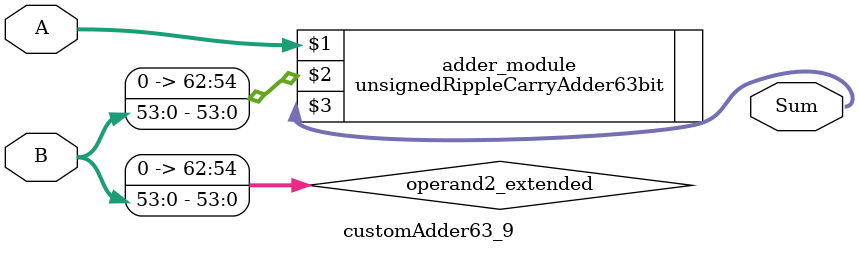
<source format=v>
module customAdder63_9(
                        input [62 : 0] A,
                        input [53 : 0] B,
                        
                        output [63 : 0] Sum
                );

        wire [62 : 0] operand2_extended;
        
        assign operand2_extended =  {9'b0, B};
        
        unsignedRippleCarryAdder63bit adder_module(
            A,
            operand2_extended,
            Sum
        );
        
        endmodule
        
</source>
